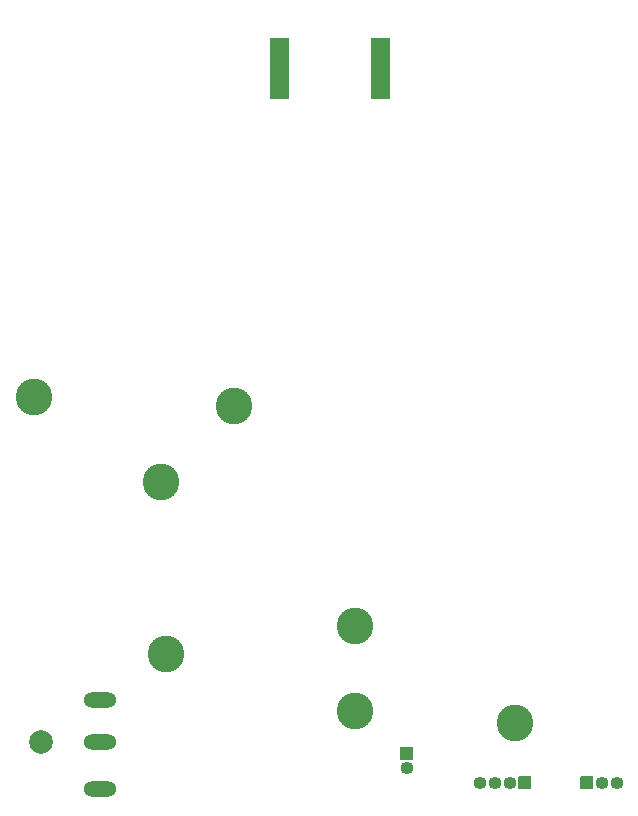
<source format=gbs>
%TF.GenerationSoftware,KiCad,Pcbnew,5.1.10-88a1d61d58~90~ubuntu20.04.1*%
%TF.CreationDate,2022-02-10T11:47:54-08:00*%
%TF.ProjectId,RP2040_WEDS,52503230-3430-45f5-9745-44532e6b6963,rev?*%
%TF.SameCoordinates,Original*%
%TF.FileFunction,Soldermask,Bot*%
%TF.FilePolarity,Negative*%
%FSLAX46Y46*%
G04 Gerber Fmt 4.6, Leading zero omitted, Abs format (unit mm)*
G04 Created by KiCad (PCBNEW 5.1.10-88a1d61d58~90~ubuntu20.04.1) date 2022-02-10 11:47:54*
%MOMM*%
%LPD*%
G01*
G04 APERTURE LIST*
%ADD10C,3.101600*%
%ADD11O,1.101600X1.101600*%
%ADD12O,2.801600X1.301600*%
%ADD13C,2.001600*%
G04 APERTURE END LIST*
D10*
%TO.C,TP1*%
X163600000Y-91600000D03*
%TD*%
%TO.C,TP7*%
X163200000Y-77000000D03*
%TD*%
%TO.C,TP6*%
X169400000Y-70600000D03*
%TD*%
%TO.C,TP5*%
X193200000Y-97400000D03*
%TD*%
%TO.C,TP4*%
X152400000Y-69800000D03*
%TD*%
%TO.C,TP3*%
X179600000Y-89200000D03*
%TD*%
%TO.C,TP2*%
X179600000Y-96400000D03*
%TD*%
%TO.C,J6*%
G36*
G01*
X182550800Y-39460000D02*
X182550800Y-44540000D01*
G75*
G02*
X182500000Y-44590800I-50800J0D01*
G01*
X181000000Y-44590800D01*
G75*
G02*
X180949200Y-44540000I0J50800D01*
G01*
X180949200Y-39460000D01*
G75*
G02*
X181000000Y-39409200I50800J0D01*
G01*
X182500000Y-39409200D01*
G75*
G02*
X182550800Y-39460000I0J-50800D01*
G01*
G37*
G36*
G01*
X174050800Y-39460000D02*
X174050800Y-44540000D01*
G75*
G02*
X174000000Y-44590800I-50800J0D01*
G01*
X172500000Y-44590800D01*
G75*
G02*
X172449200Y-44540000I0J50800D01*
G01*
X172449200Y-39460000D01*
G75*
G02*
X172500000Y-39409200I50800J0D01*
G01*
X174000000Y-39409200D01*
G75*
G02*
X174050800Y-39460000I0J-50800D01*
G01*
G37*
%TD*%
D11*
%TO.C,J4*%
X190190000Y-102500000D03*
X191460000Y-102500000D03*
X192730000Y-102500000D03*
G36*
G01*
X193500000Y-101949200D02*
X194500000Y-101949200D01*
G75*
G02*
X194550800Y-102000000I0J-50800D01*
G01*
X194550800Y-103000000D01*
G75*
G02*
X194500000Y-103050800I-50800J0D01*
G01*
X193500000Y-103050800D01*
G75*
G02*
X193449200Y-103000000I0J50800D01*
G01*
X193449200Y-102000000D01*
G75*
G02*
X193500000Y-101949200I50800J0D01*
G01*
G37*
%TD*%
%TO.C,J3*%
X184000000Y-101270000D03*
G36*
G01*
X183500000Y-99449200D02*
X184500000Y-99449200D01*
G75*
G02*
X184550800Y-99500000I0J-50800D01*
G01*
X184550800Y-100500000D01*
G75*
G02*
X184500000Y-100550800I-50800J0D01*
G01*
X183500000Y-100550800D01*
G75*
G02*
X183449200Y-100500000I0J50800D01*
G01*
X183449200Y-99500000D01*
G75*
G02*
X183500000Y-99449200I50800J0D01*
G01*
G37*
%TD*%
%TO.C,J2*%
X201790000Y-102500000D03*
X200520000Y-102500000D03*
G36*
G01*
X199750000Y-103050800D02*
X198750000Y-103050800D01*
G75*
G02*
X198699200Y-103000000I0J50800D01*
G01*
X198699200Y-102000000D01*
G75*
G02*
X198750000Y-101949200I50800J0D01*
G01*
X199750000Y-101949200D01*
G75*
G02*
X199800800Y-102000000I0J-50800D01*
G01*
X199800800Y-103000000D01*
G75*
G02*
X199750000Y-103050800I-50800J0D01*
G01*
G37*
%TD*%
D12*
%TO.C,J1*%
X158000000Y-103000000D03*
X158000000Y-99000000D03*
X158000000Y-95500000D03*
D13*
X153000000Y-99000000D03*
%TD*%
M02*

</source>
